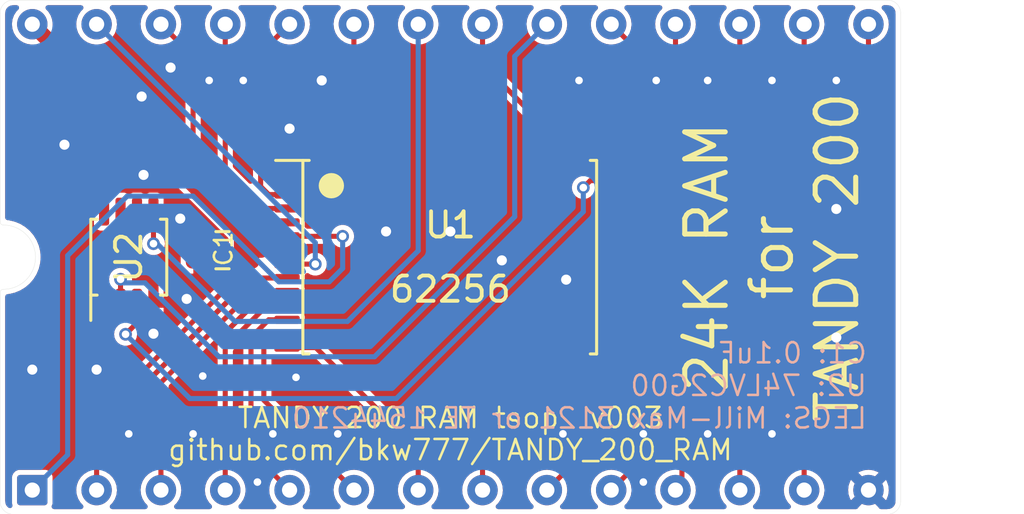
<source format=kicad_pcb>
(kicad_pcb (version 20211014) (generator pcbnew)
  (title_block (title "TANDY 200 RAM tsop") (date "2022-09-21") (rev "003") (company "b.kenyon.w@gmail.com") (comment 1 "github.com/bkw777/TANDY_200_RAM"))
  (layers (0 "F.Cu" signal) (31 "B.Cu" signal) (34 "B.Paste" user) (35 "F.Paste" user) (36 "B.SilkS" user "B.Silkscreen") (37 "F.SilkS" user "F.Silkscreen") (38 "B.Mask" user) (39 "F.Mask" user) (44 "Edge.Cuts" user))
  (net 0 "")
  (net 1 "/D0")
  (net 2 "/D1")
  (net 3 "GND")
  (net 4 "/D2")
  (net 5 "/D3")
  (net 6 "VCC")
  (net 7 "/D4")
  (net 8 "/A11")
  (net 9 "/A12")
  (net 10 "/D5")
  (net 11 "/A7")
  (net 12 "/A6")
  (net 13 "/A5")
  (net 14 "/D6")
  (net 15 "/A4")
  (net 16 "/D7")
  (net 17 "/A3")
  (net 18 "/~{CS1}")
  (net 19 "/A2")
  (net 20 "/A13")
  (net 21 "/A1")
  (net 22 "/A14")
  (net 23 "/A0")
  (net 24 "/A10")
  (net 25 "/CS2")
  (net 26 "/~{WE}")
  (net 27 "/A9")
  (net 28 "/A8")
  (net 29 "/~{CE}")
  (net 30 "Net-(U2-Pad6)")
  (footprint "000_LOCAL:KEL ICC05-028-360TP PCB" (layer "F.Cu") (at 139.551 105.918 90)
    (fp_text reference "J1" hide)
    (fp_text value "TANDY_26-3688" hide)
    (fp_line (start 10.16 17.272) (end 10.16 -17.272) (layer "Edge.Cuts") (width 0.01))
    (fp_line (start -9.652 17.78) (end 9.652 17.78) (layer "Edge.Cuts") (width 0.01))
    (fp_line (start -10.16 -17.272) (end -10.16 17.272) (layer "Edge.Cuts") (width 0.01))
    (fp_line (start 1.397 -17.78) (end 9.652 -17.78) (layer "Edge.Cuts") (width 0.01))
    (fp_line (start -9.652 -17.78) (end -1.397 -17.78) (layer "Edge.Cuts") (width 0.01))
    (fp_arc (start -1.397 -17.78) (mid -1.307197 -17.742803) (end -1.27 -17.653) (layer "Edge.Cuts") (width 0.01))
    (fp_arc (start 10.16 17.272) (mid 10.01121 17.63121) (end 9.652 17.78) (layer "Edge.Cuts") (width 0.01))
    (fp_arc (start 1.27 -17.653) (mid 0 -16.383) (end -1.27 -17.653) (layer "Edge.Cuts") (width 0.01))
    (fp_arc (start 9.652 -17.78) (mid 10.01121 -17.63121) (end 10.16 -17.272) (layer "Edge.Cuts") (width 0.01))
    (fp_arc (start 1.27 -17.653) (mid 1.307197 -17.742803) (end 1.397 -17.78) (layer "Edge.Cuts") (width 0.01))
    (fp_arc (start -9.652 17.78) (mid -10.01121 17.63121) (end -10.16 17.272) (layer "Edge.Cuts") (width 0.01))
    (fp_arc (start -10.16 -17.272) (mid -10.01121 -17.63121) (end -9.652 -17.78) (layer "Edge.Cuts") (width 0.01))
    (pad "1" thru_hole roundrect (at -9.2075 -16.51 90) (size 1.2 1.2) (drill 0.6) (layers *.Cu *.Mask) (roundrect_rratio 0.1) (net 26 "/~{WE}"))
    (pad "2" thru_hole circle (at -9.2075 -13.97 90) (size 1.2 1.2) (drill 0.6) (layers *.Cu *.Mask) (net 9 "/A12"))
    (pad "3" thru_hole circle (at -9.2075 -11.43 90) (size 1.2 1.2) (drill 0.6) (layers *.Cu *.Mask) (net 11 "/A7"))
    (pad "4" thru_hole circle (at -9.2075 -8.89 90) (size 1.2 1.2) (drill 0.6) (layers *.Cu *.Mask) (net 12 "/A6"))
    (pad "5" thru_hole circle (at -9.2075 -6.35 90) (size 1.2 1.2) (drill 0.6) (layers *.Cu *.Mask) (net 13 "/A5"))
    (pad "6" thru_hole circle (at -9.2075 -3.81 90) (size 1.2 1.2) (drill 0.6) (layers *.Cu *.Mask) (net 15 "/A4"))
    (pad "7" thru_hole circle (at -9.2075 -1.27 90) (size 1.2 1.2) (drill 0.6) (layers *.Cu *.Mask) (net 17 "/A3"))
    (pad "8" thru_hole circle (at -9.2075 1.27 90) (size 1.2 1.2) (drill 0.6) (layers *.Cu *.Mask) (net 19 "/A2"))
    (pad "9" thru_hole circle (at -9.2075 3.81 90) (size 1.2 1.2) (drill 0.6) (layers *.Cu *.Mask) (net 21 "/A1"))
    (pad "10" thru_hole circle (at -9.2075 6.35 90) (size 1.2 1.2) (drill 0.6) (layers *.Cu *.Mask) (net 23 "/A0"))
    (pad "11" thru_hole circle (at -9.2075 8.89 90) (size 1.2 1.2) (drill 0.6) (layers *.Cu *.Mask) (net 1 "/D0"))
    (pad "12" thru_hole circle (at -9.2075 11.43 90) (size 1.2 1.2) (drill 0.6) (layers *.Cu *.Mask) (net 2 "/D1"))
    (pad "13" thru_hole circle (at -9.2075 13.97 90) (size 1.2 1.2) (drill 0.6) (layers *.Cu *.Mask) (net 4 "/D2"))
    (pad "14" thru_hole circle (at -9.2075 16.51 90) (size 1.2 1.2) (drill 0.6) (layers *.Cu *.Mask) (net 3 "GND"))
    (pad "15" thru_hole circle (at 9.2075 16.51 90) (size 1.2 1.2) (drill 0.6) (layers *.Cu *.Mask) (net 5 "/D3"))
    (pad "16" thru_hole circle (at 9.2075 13.97 90) (size 1.2 1.2) (drill 0.6) (layers *.Cu *.Mask) (net 7 "/D4"))
    (pad "17" thru_hole circle (at 9.2075 11.43 90) (size 1.2 1.2) (drill 0.6) (layers *.Cu *.Mask) (net 10 "/D5"))
    (pad "18" thru_hole circle (at 9.2075 8.89 90) (size 1.2 1.2) (drill 0.6) (layers *.Cu *.Mask) (net 14 "/D6"))
    (pad "19" thru_hole circle (at 9.2075 6.35 90) (size 1.2 1.2) (drill 0.6) (layers *.Cu *.Mask) (net 16 "/D7"))
    (pad "20" thru_hole circle (at 9.2075 3.81 90) (size 1.2 1.2) (drill 0.6) (layers *.Cu *.Mask) (net 18 "/~{CS1}"))
    (pad "21" thru_hole circle (at 9.2075 1.27 90) (size 1.2 1.2) (drill 0.6) (layers *.Cu *.Mask) (net 24 "/A10"))
    (pad "22" thru_hole circle (at 9.2075 -1.27 90) (size 1.2 1.2) (drill 0.6) (layers *.Cu *.Mask) (net 25 "/CS2"))
    (pad "23" thru_hole circle (at 9.2075 -3.81 90) (size 1.2 1.2) (drill 0.6) (layers *.Cu *.Mask) (net 8 "/A11"))
    (pad "24" thru_hole circle (at 9.2075 -6.35 90) (size 1.2 1.2) (drill 0.6) (layers *.Cu *.Mask) (net 27 "/A9"))
    (pad "25" thru_hole circle (at 9.2075 -8.89 90) (size 1.2 1.2) (drill 0.6) (layers *.Cu *.Mask) (net 28 "/A8"))
    (pad "26" thru_hole circle (at 9.2075 -11.43 90) (size 1.2 1.2) (drill 0.6) (layers *.Cu *.Mask) (net 20 "/A13"))
    (pad "27" thru_hole circle (at 9.2075 -13.97 90) (size 1.2 1.2) (drill 0.6) (layers *.Cu *.Mask) (net 22 "/A14"))
    (pad "28" thru_hole circle (at 9.2075 -16.51 90) (size 1.2 1.2) (drill 0.6) (layers *.Cu *.Mask) (net 6 "VCC"))
  )
  (footprint "000_LOCAL:TSOP-28" (layer "F.Cu") (at 139.551 105.918)
    (fp_text reference "U1" (at 0 -1.27) (layer "F.SilkS"))
    (fp_text value "62256" (at 0 1.27) (layer "F.SilkS"))
    (fp_line (start 5.775 3.825) (end 5.525 3.825) (layer "F.SilkS") (width 0.12))
    (fp_line (start -6.9 -3.825) (end -5.575 -3.825) (layer "F.SilkS") (width 0.12))
    (fp_line (start -5.825 3.825) (end -5.575 3.825) (layer "F.SilkS") (width 0.12))
    (fp_line (start -5.825 -3.825) (end -5.825 3.825) (layer "F.SilkS") (width 0.12))
    (fp_line (start 5.775 3.825) (end 5.775 -3.825) (layer "F.SilkS") (width 0.12))
    (fp_line (start 5.775 -3.825) (end 5.525 -3.825) (layer "F.SilkS") (width 0.12))
    (fp_circle (center -4.7 -2.825) (end -4.7 -2.575) (layer "F.SilkS") (width 0.5) (fill none))
    (pad "1" smd roundrect (at -6.45 0.275 270) (size 0.32 1) (layers "F.Cu" "F.Paste" "F.Mask") (net 22 "/A14"))
    (pad "2" smd roundrect (at -6.45 0.825 270) (size 0.32 1) (layers "F.Cu" "F.Paste" "F.Mask") (net 9 "/A12"))
    (pad "3" smd roundrect (at -6.45 1.375 270) (size 0.32 1) (layers "F.Cu" "F.Paste" "F.Mask") (net 11 "/A7"))
    (pad "4" smd roundrect (at -6.45 1.925 270) (size 0.32 1) (layers "F.Cu" "F.Paste" "F.Mask") (net 12 "/A6"))
    (pad "5" smd roundrect (at -6.45 2.475 270) (size 0.32 1) (layers "F.Cu" "F.Paste" "F.Mask") (net 13 "/A5"))
    (pad "6" smd roundrect (at -6.45 3.025 270) (size 0.32 1) (layers "F.Cu" "F.Paste" "F.Mask") (net 15 "/A4"))
    (pad "7" smd roundrect (at -6.45 3.575 270) (size 0.32 1) (layers "F.Cu" "F.Paste" "F.Mask") (net 17 "/A3"))
    (pad "8" smd roundrect (at 6.45 3.575 270) (size 0.32 1) (layers "F.Cu" "F.Paste" "F.Mask") (net 19 "/A2"))
    (pad "9" smd roundrect (at 6.45 3.025 270) (size 0.32 1) (layers "F.Cu" "F.Paste" "F.Mask") (net 21 "/A1"))
    (pad "10" smd roundrect (at 6.45 2.475 270) (size 0.32 1) (layers "F.Cu" "F.Paste" "F.Mask") (net 23 "/A0"))
    (pad "11" smd roundrect (at 6.45 1.925 270) (size 0.32 1) (layers "F.Cu" "F.Paste" "F.Mask") (net 1 "/D0"))
    (pad "12" smd roundrect (at 6.45 1.375 270) (size 0.32 1) (layers "F.Cu" "F.Paste" "F.Mask") (net 2 "/D1"))
    (pad "13" smd roundrect (at 6.45 0.825 270) (size 0.32 1) (layers "F.Cu" "F.Paste" "F.Mask") (net 4 "/D2"))
    (pad "14" smd roundrect (at 6.45 0.275 270) (size 0.32 1) (layers "F.Cu" "F.Paste" "F.Mask") (net 3 "GND"))
    (pad "15" smd roundrect (at 6.45 -0.275 270) (size 0.32 1) (layers "F.Cu" "F.Paste" "F.Mask") (net 5 "/D3"))
    (pad "16" smd roundrect (at 6.45 -0.825 270) (size 0.32 1) (layers "F.Cu" "F.Paste" "F.Mask") (net 7 "/D4"))
    (pad "17" smd roundrect (at 6.45 -1.375 270) (size 0.32 1) (layers "F.Cu" "F.Paste" "F.Mask") (net 10 "/D5"))
    (pad "18" smd roundrect (at 6.45 -1.925 270) (size 0.32 1) (layers "F.Cu" "F.Paste" "F.Mask") (net 14 "/D6"))
    (pad "19" smd roundrect (at 6.45 -2.475 270) (size 0.32 1) (layers "F.Cu" "F.Paste" "F.Mask") (net 16 "/D7"))
    (pad "20" smd roundrect (at 6.45 -3.025 270) (size 0.32 1) (layers "F.Cu" "F.Paste" "F.Mask") (net 29 "/~{CE}"))
    (pad "21" smd roundrect (at 6.45 -3.575 270) (size 0.32 1) (layers "F.Cu" "F.Paste" "F.Mask") (net 24 "/A10"))
    (pad "22" smd roundrect (at -6.45 -3.575 270) (size 0.32 1) (layers "F.Cu" "F.Paste" "F.Mask") (net 3 "GND"))
    (pad "23" smd roundrect (at -6.45 -3.025 270) (size 0.32 1) (layers "F.Cu" "F.Paste" "F.Mask") (net 8 "/A11"))
    (pad "24" smd roundrect (at -6.45 -2.475 270) (size 0.32 1) (layers "F.Cu" "F.Paste" "F.Mask") (net 27 "/A9"))
    (pad "25" smd roundrect (at -6.45 -1.925 270) (size 0.32 1) (layers "F.Cu" "F.Paste" "F.Mask") (net 28 "/A8"))
    (pad "26" smd roundrect (at -6.45 -1.375 270) (size 0.32 1) (layers "F.Cu" "F.Paste" "F.Mask") (net 20 "/A13"))
    (pad "27" smd roundrect (at -6.45 -0.825 270) (size 0.32 1) (layers "F.Cu" "F.Paste" "F.Mask") (net 26 "/~{WE}"))
    (pad "28" smd roundrect (at -6.45 -0.275 270) (size 0.32 1) (layers "F.Cu" "F.Paste" "F.Mask") (net 6 "VCC"))
  )
  (footprint "000_LOCAL:SSOP-8_2.95x2.8x0.65" (layer "F.Cu") (at 126.851 105.918 90)
    (fp_text reference "U2" (at 0 0 90) (layer "F.SilkS"))
    (fp_text value "74LVC2G00")
    (fp_line (start 1.5 1.5) (end -1.5 1.5) (layer "F.SilkS") (width 0.12))
    (fp_line (start 1.5 1.5) (end 1.5 1.25) (layer "F.SilkS") (width 0.12))
    (fp_line (start -1.5 -1.25) (end -1.5 -1.5) (layer "F.SilkS") (width 0.12))
    (fp_line (start -1.5 1.5) (end -1.5 1.25) (layer "F.SilkS") (width 0.12))
    (fp_line (start 1.5 -1.5) (end -2.5 -1.5) (layer "F.SilkS") (width 0.12))
    (fp_line (start 1.5 -1.25) (end 1.5 -1.5) (layer "F.SilkS") (width 0.12))
    (pad "1" smd roundrect (at -1.8 -0.975) (size 0.4 1.1) (layers "F.Cu" "F.Paste" "F.Mask") (net 18 "/~{CS1}"))
    (pad "2" smd roundrect (at -1.8 -0.325) (size 0.4 1.1) (layers "F.Cu" "F.Paste" "F.Mask") (net 18 "/~{CS1}"))
    (pad "3" smd roundrect (at -1.8 0.325) (size 0.4 1.1) (layers "F.Cu" "F.Paste" "F.Mask") (net 29 "/~{CE}"))
    (pad "4" smd roundrect (at -1.8 0.975) (size 0.4 1.1) (layers "F.Cu" "F.Paste" "F.Mask") (net 3 "GND"))
    (pad "5" smd roundrect (at 1.8 0.975) (size 0.4 1.1) (layers "F.Cu" "F.Paste" "F.Mask") (net 25 "/CS2"))
    (pad "6" smd roundrect (at 1.8 0.325) (size 0.4 1.1) (layers "F.Cu" "F.Paste" "F.Mask") (net 30 "Net-(U2-Pad6)"))
    (pad "7" smd roundrect (at 1.8 -0.325) (size 0.4 1.1) (layers "F.Cu" "F.Paste" "F.Mask") (net 30 "Net-(U2-Pad6)"))
    (pad "8" smd roundrect (at 1.8 -0.975) (size 0.4 1.1) (layers "F.Cu" "F.Paste" "F.Mask") (net 6 "VCC"))
  )
  (footprint "000_LOCAL:C_0805" (layer "F.Cu") (at 130.551 105.643 180)
    (fp_text reference "C1" (at -0.04 0.05 90) (layer "F.SilkS") (effects (font (size 0.7 0.7) (thickness 0.1))))
    (fp_text value "0.1uF" hide)
    (fp_line (start -0.261252 0.735) (end 0.261252 0.735) (layer "F.SilkS") (width 0.12))
    (fp_line (start -0.261252 -0.735) (end 0.261252 -0.735) (layer "F.SilkS") (width 0.12))
    (pad "1" smd roundrect locked (at -0.95 0 180) (size 1 1.45) (layers "F.Cu" "F.Paste" "F.Mask") (net 6 "VCC"))
    (pad "2" smd roundrect locked (at 0.95 0 180) (size 1 1.45) (layers "F.Cu" "F.Paste" "F.Mask") (net 3 "GND"))
  )
  (gr_text "C1: 0.1uF\nU2: 74LVC2G00\nLEGS: Mill-Max 3121 or TE 1544210" (at 156.061 110.998) (layer "B.SilkS") (effects (font (size 0.8 0.8) (thickness 0.1)) (justify left mirror)))
  (gr_text "24K RAM\nfor\nTANDY 200" (at 152.251 105.918 90) (layer "F.SilkS") (effects (font (size 1.6 1.6) (thickness 0.2))))
  (gr_text "${COMMENT1}" (at 139.551 113.538) (layer "F.SilkS") (effects (font (size 0.8 0.8) (thickness 0.1))))
  (gr_text "${TITLE}  v${REVISION}" (at 139.551 112.268) (layer "F.SilkS") (effects (font (size 0.8 0.8) (thickness 0.1))))
  (segment (start 148.08 107.843) (end 146.001 107.843) (width 0.2) (layer "F.Cu") (net 1))
  (segment (start 148.441 115.1255) (end 148.695 114.8715) (width 0.2) (layer "F.Cu") (net 1))
  (segment (start 148.695 108.458) (end 148.08 107.843) (width 0.2) (layer "F.Cu") (net 1))
  (segment (start 148.695 114.8715) (end 148.695 108.458) (width 0.2) (layer "F.Cu") (net 1))
  (segment (start 148.8 107.293) (end 146.001 107.293) (width 0.2) (layer "F.Cu") (net 2))
  (segment (start 150.981 109.474) (end 148.8 107.293) (width 0.2) (layer "F.Cu") (net 2))
  (segment (start 150.981 115.1255) (end 150.981 109.474) (width 0.2) (layer "F.Cu") (net 2))
  (via (at 131.931 114.808) (size 0.5) (drill 0.3) (layers "F.Cu" "B.Cu") (net 3))
  (via (at 124.311 101.473) (size 0.6) (drill 0.4) (layers "F.Cu" "B.Cu") (net 3))
  (via (at 126.851 112.903) (size 0.5) (drill 0.3) (layers "F.Cu" "B.Cu") (net 3))
  (via (at 129.137 107.569) (size 0.6) (drill 0.4) (layers "F.Cu" "B.Cu") (net 3))
  (via (at 154.791 104.013) (size 0.6) (drill 0.4) (layers "F.Cu" "B.Cu") (net 3))
  (via (at 134.471 98.933) (size 0.6) (drill 0.4) (layers "F.Cu" "B.Cu") (net 3))
  (via (at 135.106 112.903) (size 0.5) (drill 0.3) (layers "F.Cu" "B.Cu") (net 3))
  (via (at 129.772 110.617) (size 0.5) (drill 0.3) (layers "F.Cu" "B.Cu") (net 3))
  (via (at 128.502 98.425) (size 0.6) (drill 0.4) (layers "F.Cu" "B.Cu") (net 3))
  (via (at 127.359 99.568) (size 0.6) (drill 0.4) (layers "F.Cu" "B.Cu") (net 3))
  (via (at 149.711 98.933) (size 0.5) (drill 0.3) (layers "F.Cu" "B.Cu") (net 3))
  (via (at 147.679 98.933) (size 0.5) (drill 0.3) (layers "F.Cu" "B.Cu") (net 3))
  (via (at 130.026 98.933) (size 0.5) (drill 0.3) (layers "F.Cu" "B.Cu") (net 3))
  (via (at 152.251 98.933) (size 0.5) (drill 0.3) (layers "F.Cu" "B.Cu") (net 3))
  (via (at 154.791 109.093) (size 0.6) (drill 0.4) (layers "F.Cu" "B.Cu") (net 3))
  (via (at 127.826 108.943) (size 0.6) (drill 0.4) (layers "F.Cu" "B.Cu") (net 3))
  (via (at 141.583 106.045) (size 0.6) (drill 0.4) (layers "F.Cu" "B.Cu") (net 3))
  (via (at 129.391 112.903) (size 0.5) (drill 0.3) (layers "F.Cu" "B.Cu") (net 3))
  (via (at 132.5406 112.903) (size 0.5) (drill 0.3) (layers "F.Cu" "B.Cu") (net 3))
  (via (at 152.251 112.903) (size 0.5) (drill 0.3) (layers "F.Cu" "B.Cu") (net 3))
  (via (at 133.201 100.838) (size 0.6) (drill 0.4) (layers "F.Cu" "B.Cu") (net 3))
  (via (at 143.996 112.903) (size 0.5) (drill 0.3) (layers "F.Cu" "B.Cu") (net 3))
  (via (at 149.711 112.903) (size 0.5) (drill 0.3) (layers "F.Cu" "B.Cu") (net 3))
  (via (at 144.123 106.807) (size 0.6) (drill 0.4) (layers "F.Cu" "B.Cu") (net 3))
  (via (at 133.455 110.6678) (size 0.5) (drill 0.3) (layers "F.Cu" "B.Cu") (net 3))
  (via (at 139.551 104.902) (size 0.6) (drill 0.4) (layers "F.Cu" "B.Cu") (net 3))
  (via (at 137.011 104.902) (size 0.6) (drill 0.4) (layers "F.Cu" "B.Cu") (net 3))
  (via (at 125.581 110.363) (size 0.6) (drill 0.4) (layers "F.Cu" "B.Cu") (net 3))
  (via (at 147.171 114.808) (size 0.5) (drill 0.3) (layers "F.Cu" "B.Cu") (net 3))
  (via (at 154.791 98.933) (size 0.5) (drill 0.3) (layers "F.Cu" "B.Cu") (net 3))
  (via (at 131.3722 98.933) (size 0.5) (drill 0.3) (layers "F.Cu" "B.Cu") (net 3))
  (via (at 147.171 112.903) (size 0.5) (drill 0.3) (layers "F.Cu" "B.Cu") (net 3))
  (via (at 144.631 98.933) (size 0.5) (drill 0.3) (layers "F.Cu" "B.Cu") (net 3))
  (via (at 127.4352 102.6668) (size 0.6) (drill 0.4) (layers "F.Cu" "B.Cu") (net 3))
  (via (at 128.883 104.394) (size 0.6) (drill 0.4) (layers "F.Cu" "B.Cu") (net 3))
  (via (at 123.041 110.363) (size 0.6) (drill 0.4) (layers "F.Cu" "B.Cu") (net 3))
  (segment (start 149.52 106.743) (end 146.001 106.743) (width 0.2) (layer "F.Cu") (net 4))
  (segment (start 153.521 115.1255) (end 153.521 110.744) (width 0.2) (layer "F.Cu") (net 4))
  (segment (start 153.521 110.744) (end 149.52 106.743) (width 0.2) (layer "F.Cu") (net 4))
  (segment (start 146.001 105.643) (end 149.605 105.643) (width 0.2) (layer "F.Cu") (net 5))
  (segment (start 149.605 105.643) (end 156.061 99.187) (width 0.2) (layer "F.Cu") (net 5))
  (segment (start 156.061 99.187) (end 156.061 96.7105) (width 0.2) (layer "F.Cu") (net 5))
  (segment (start 123.041 96.7105) (end 127.58125 101.25075) (width 0.6) (layer "F.Cu") (net 6))
  (segment (start 125.876 102.956) (end 127.58125 101.25075) (width 0.2) (layer "F.Cu") (net 6))
  (segment (start 133.101 105.643) (end 132.076 105.643) (width 0.3) (layer "F.Cu") (net 6))
  (segment (start 131.501 105.643) (end 132.076 105.643) (width 0.6) (layer "F.Cu") (net 6))
  (segment (start 125.876 104.118) (end 125.876 102.956) (width 0.2) (layer "F.Cu") (net 6))
  (segment (start 127.58125 101.25075) (end 131.501 105.1705) (width 0.6) (layer "F.Cu") (net 6))
  (segment (start 131.501 105.1705) (end 131.501 105.643) (width 0.6) (layer "F.Cu") (net 6))
  (segment (start 153.521 100.457) (end 153.521 96.7105) (width 0.2) (layer "F.Cu") (net 7))
  (segment (start 146.001 105.093) (end 148.885 105.093) (width 0.2) (layer "F.Cu") (net 7))
  (segment (start 148.885 105.093) (end 153.521 100.457) (width 0.2) (layer "F.Cu") (net 7))
  (segment (start 133.101 102.893) (end 133.813 102.893) (width 0.2) (layer "F.Cu") (net 8))
  (segment (start 135.741 100.965) (end 135.741 96.7105) (width 0.2) (layer "F.Cu") (net 8))
  (segment (start 133.813 102.893) (end 135.741 100.965) (width 0.2) (layer "F.Cu") (net 8))
  (segment (start 125.581 112.268) (end 125.581 115.1255) (width 0.2) (layer "F.Cu") (net 9))
  (segment (start 131.106 106.743) (end 125.581 112.268) (width 0.2) (layer "F.Cu") (net 9))
  (segment (start 133.101 106.743) (end 131.106 106.743) (width 0.2) (layer "F.Cu") (net 9))
  (segment (start 150.981 101.711125) (end 150.981 96.7105) (width 0.2) (layer "F.Cu") (net 10))
  (segment (start 148.149125 104.543) (end 150.981 101.711125) (width 0.2) (layer "F.Cu") (net 10))
  (segment (start 146.001 104.543) (end 148.149125 104.543) (width 0.2) (layer "F.Cu") (net 10))
  (segment (start 131.699 107.293) (end 128.121 110.871) (width 0.2) (layer "F.Cu") (net 11))
  (segment (start 133.101 107.293) (end 131.699 107.293) (width 0.2) (layer "F.Cu") (net 11))
  (segment (start 128.121 110.871) (end 128.121 115.1255) (width 0.2) (layer "F.Cu") (net 11))
  (segment (start 133.101 107.843) (end 132.292 107.843) (width 0.2) (layer "F.Cu") (net 12))
  (segment (start 130.661 109.474) (end 130.661 115.1255) (width 0.2) (layer "F.Cu") (net 12))
  (segment (start 132.292 107.843) (end 130.661 109.474) (width 0.2) (layer "F.Cu") (net 12))
  (segment (start 133.101 108.393) (end 132.377 108.393) (width 0.2) (layer "F.Cu") (net 13))
  (segment (start 131.677 113.6015) (end 133.201 115.1255) (width 0.2) (layer "F.Cu") (net 13))
  (segment (start 131.677 109.093) (end 131.677 113.6015) (width 0.2) (layer "F.Cu") (net 13))
  (segment (start 132.377 108.393) (end 131.677 109.093) (width 0.2) (layer "F.Cu") (net 13))
  (segment (start 148.441 102.997) (end 148.441 96.7105) (width 0.2) (layer "F.Cu") (net 14))
  (segment (start 147.445 103.993) (end 148.441 102.997) (width 0.2) (layer "F.Cu") (net 14))
  (segment (start 146.001 103.993) (end 147.445 103.993) (width 0.2) (layer "F.Cu") (net 14))
  (segment (start 132.185 111.5695) (end 135.741 115.1255) (width 0.2) (layer "F.Cu") (net 15))
  (segment (start 133.101 108.943) (end 132.462 108.943) (width 0.2) (layer "F.Cu") (net 15))
  (segment (start 132.185 109.22) (end 132.185 111.5695) (width 0.2) (layer "F.Cu") (net 15))
  (segment (start 132.462 108.943) (end 132.185 109.22) (width 0.2) (layer "F.Cu") (net 15))
  (segment (start 146.725 103.443) (end 146.001 103.443) (width 0.2) (layer "F.Cu") (net 16))
  (segment (start 146.917 103.251) (end 146.725 103.443) (width 0.2) (layer "F.Cu") (net 16))
  (segment (start 146.917 97.7265) (end 146.917 103.251) (width 0.2) (layer "F.Cu") (net 16))
  (segment (start 145.901 96.7105) (end 146.917 97.7265) (width 0.2) (layer "F.Cu") (net 16))
  (segment (start 138.281 113.538) (end 134.236 109.493) (width 0.2) (layer "F.Cu") (net 17))
  (segment (start 134.236 109.493) (end 133.101 109.493) (width 0.2) (layer "F.Cu") (net 17))
  (segment (start 138.281 115.1255) (end 138.281 113.538) (width 0.2) (layer "F.Cu") (net 17))
  (segment (start 125.876 107.718) (end 126.526 107.718) (width 0.2) (layer "F.Cu") (net 18))
  (segment (start 126.526 106.793) (end 126.526 107.718) (width 0.2) (layer "F.Cu") (net 18))
  (via (at 126.526 106.793) (size 0.5) (drill 0.3) (layers "F.Cu" "B.Cu") (net 18))
  (segment (start 142.091 104.3178) (end 142.091 97.9805) (width 0.2) (layer "B.Cu") (net 18))
  (segment (start 126.526 106.793) (end 126.667 106.934) (width 0.2) (layer "B.Cu") (net 18))
  (segment (start 127.492 106.934) (end 130.413 109.855) (width 0.2) (layer "B.Cu") (net 18))
  (segment (start 136.5538 109.855) (end 142.091 104.3178) (width 0.2) (layer "B.Cu") (net 18))
  (segment (start 142.091 97.9805) (end 143.361 96.7105) (width 0.2) (layer "B.Cu") (net 18))
  (segment (start 130.413 109.855) (end 136.5538 109.855) (width 0.2) (layer "B.Cu") (net 18))
  (segment (start 126.667 106.934) (end 127.492 106.934) (width 0.2) (layer "B.Cu") (net 18))
  (segment (start 140.821 113.538) (end 144.866 109.493) (width 0.2) (layer "F.Cu") (net 19))
  (segment (start 140.821 115.1255) (end 140.821 113.538) (width 0.2) (layer "F.Cu") (net 19))
  (segment (start 144.866 109.493) (end 146.001 109.493) (width 0.2) (layer "F.Cu") (net 19))
  (segment (start 129.391 97.9805) (end 128.121 96.7105) (width 0.2) (layer "F.Cu") (net 20))
  (segment (start 129.391 101.981) (end 129.391 97.9805) (width 0.2) (layer "F.Cu") (net 20))
  (segment (start 133.101 104.543) (end 131.953 104.543) (width 0.2) (layer "F.Cu") (net 20))
  (segment (start 131.953 104.543) (end 129.391 101.981) (width 0.2) (layer "F.Cu") (net 20))
  (segment (start 146.917 111.5695) (end 146.917 109.22) (width 0.2) (layer "F.Cu") (net 21))
  (segment (start 143.361 115.1255) (end 146.917 111.5695) (width 0.2) (layer "F.Cu") (net 21))
  (segment (start 146.64 108.943) (end 146.001 108.943) (width 0.2) (layer "F.Cu") (net 21))
  (segment (start 146.917 109.22) (end 146.64 108.943) (width 0.2) (layer "F.Cu") (net 21))
  (segment (start 133.101 106.193) (end 134.217 106.193) (width 0.2) (layer "F.Cu") (net 22))
  (via (at 134.217 106.193) (size 0.5) (drill 0.3) (layers "F.Cu" "B.Cu") (net 22))
  (segment (start 134.217 105.3465) (end 125.581 96.7105) (width 0.2) (layer "B.Cu") (net 22))
  (segment (start 134.217 106.193) (end 134.217 105.3465) (width 0.2) (layer "B.Cu") (net 22))
  (segment (start 147.806 113.2205) (end 147.806 108.839) (width 0.2) (layer "F.Cu") (net 23))
  (segment (start 145.901 115.1255) (end 147.806 113.2205) (width 0.2) (layer "F.Cu") (net 23))
  (segment (start 147.806 108.839) (end 147.36 108.393) (width 0.2) (layer "F.Cu") (net 23))
  (segment (start 147.36 108.393) (end 146.001 108.393) (width 0.2) (layer "F.Cu") (net 23))
  (segment (start 144.866 102.343) (end 146.001 102.343) (width 0.2) (layer "F.Cu") (net 24))
  (segment (start 140.821 96.7105) (end 140.821 98.298) (width 0.2) (layer "F.Cu") (net 24))
  (segment (start 140.821 98.298) (end 144.866 102.343) (width 0.2) (layer "F.Cu") (net 24))
  (segment (start 127.826 105.3846) (end 127.826 104.118) (width 0.2) (layer "F.Cu") (net 25))
  (via (at 127.826 105.3846) (size 0.5) (drill 0.3) (layers "F.Cu" "B.Cu") (net 25))
  (segment (start 131.042 108.458) (end 135.487 108.458) (width 0.2) (layer "B.Cu") (net 25))
  (segment (start 127.826 105.3846) (end 127.9686 105.3846) (width 0.2) (layer "B.Cu") (net 25))
  (segment (start 138.281 105.664) (end 138.281 96.7105) (width 0.2) (layer "B.Cu") (net 25))
  (segment (start 135.487 108.458) (end 138.281 105.664) (width 0.2) (layer "B.Cu") (net 25))
  (segment (start 127.9686 105.3846) (end 131.042 108.458) (width 0.2) (layer "B.Cu") (net 25))
  (segment (start 133.101 105.093) (end 135.297 105.093) (width 0.2) (layer "F.Cu") (net 26))
  (via (at 135.297 105.093) (size 0.5) (drill 0.3) (layers "F.Cu" "B.Cu") (net 26))
  (segment (start 135.297 106.362) (end 135.297 105.093) (width 0.2) (layer "B.Cu") (net 26))
  (segment (start 132.779 106.893) (end 134.766 106.893) (width 0.2) (layer "B.Cu") (net 26))
  (segment (start 124.438 113.7285) (end 124.438 105.8545) (width 0.2) (layer "B.Cu") (net 26))
  (segment (start 123.041 115.1255) (end 124.438 113.7285) (width 0.2) (layer "B.Cu") (net 26))
  (segment (start 129.391 103.505) (end 132.779 106.893) (width 0.2) (layer "B.Cu") (net 26))
  (segment (start 134.766 106.893) (end 135.297 106.362) (width 0.2) (layer "B.Cu") (net 26))
  (segment (start 126.7875 103.505) (end 129.391 103.505) (width 0.2) (layer "B.Cu") (net 26))
  (segment (start 124.438 105.8545) (end 126.7875 103.505) (width 0.2) (layer "B.Cu") (net 26))
  (segment (start 133.101 103.443) (end 132.377 103.443) (width 0.2) (layer "F.Cu") (net 27))
  (segment (start 132.058 103.124) (end 132.058 97.8535) (width 0.2) (layer "F.Cu") (net 27))
  (segment (start 132.058 97.8535) (end 133.201 96.7105) (width 0.2) (layer "F.Cu") (net 27))
  (segment (start 132.377 103.443) (end 132.058 103.124) (width 0.2) (layer "F.Cu") (net 27))
  (segment (start 130.661 102.489) (end 130.661 96.7105) (width 0.2) (layer "F.Cu") (net 28))
  (segment (start 133.101 103.993) (end 132.165 103.993) (width 0.2) (layer "F.Cu") (net 28))
  (segment (start 132.165 103.993) (end 130.661 102.489) (width 0.2) (layer "F.Cu") (net 28))
  (segment (start 146.001 102.893) (end 145.076 102.893) (width 0.2) (layer "F.Cu") (net 29))
  (segment (start 127.176 108.514) (end 127.176 107.718) (width 0.2) (layer "F.Cu") (net 29))
  (segment (start 145.076 102.893) (end 144.801 103.168) (width 0.2) (layer "F.Cu") (net 29))
  (segment (start 126.724 108.966) (end 127.176 108.514) (width 0.2) (layer "F.Cu") (net 29))
  (via (at 126.724 108.966) (size 0.5) (drill 0.3) (layers "F.Cu" "B.Cu") (net 29))
  (via (at 144.801 103.168) (size 0.5) (drill 0.3) (layers "F.Cu" "B.Cu") (net 29))
  (segment (start 144.801 104.1224) (end 137.4174 111.506) (width 0.2) (layer "B.Cu") (net 29))
  (segment (start 137.4174 111.506) (end 129.264 111.506) (width 0.2) (layer "B.Cu") (net 29))
  (segment (start 129.264 111.506) (end 126.724 108.966) (width 0.2) (layer "B.Cu") (net 29))
  (segment (start 144.801 103.168) (end 144.801 104.1224) (width 0.2) (layer "B.Cu") (net 29))
  (segment (start 127.176 104.118) (end 126.526 104.118) (width 0.2) (layer "F.Cu") (net 30))
  (zone (net 3) (net_name "GND") (layer "F.Cu") (connect_pads (clearance 0.2)) (min_thickness 0.2) (fill yes (thermal_gap 0.2) (thermal_bridge_width 0.4) (smoothing fillet) (radius 0.1))
    (polygon (pts (xy 157.331 116.078) (xy 121.771 116.078) (xy 121.771 95.758) (xy 157.331 95.758)))
  )
  (zone (net 3) (net_name "GND") (layer "B.Cu") (connect_pads (clearance 0.2)) (min_thickness 0.2) (fill yes (thermal_gap 0.2) (thermal_bridge_width 0.4) (smoothing fillet) (radius 0.1))
    (polygon (pts (xy 157.331 116.078) (xy 121.771 116.078) (xy 121.771 95.758) (xy 157.331 95.758)))
  )
)
</source>
